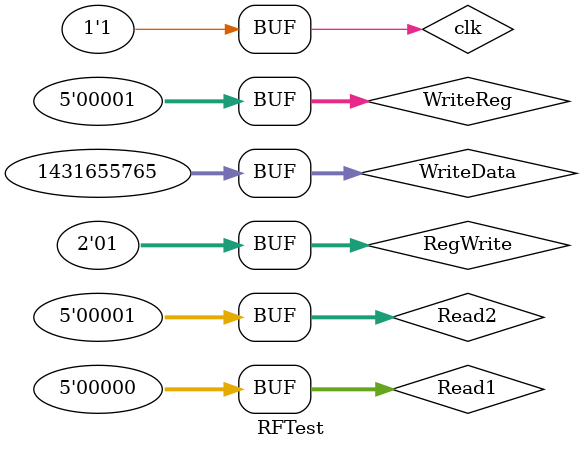
<source format=v>
`timescale 1ns / 1ps


module RFTest;

	// Inputs
	reg clk;
	reg [4:0] Read1;
	reg [4:0] Read2;
	reg [4:0] WriteReg;
	reg [1:0] RegWrite;
	reg [31:0] WriteData;

	// Outputs
	wire [31:0] Data1;
	wire [31:0] Data2;

	// Instantiate the Unit Under Test (UUT)
	RegisterFile uut (
		.clk(clk), 
		.Read1(Read1), 
		.Read2(Read2), 
		.WriteReg(WriteReg), 
		.RegWrite(RegWrite), 
		.WriteData(WriteData), 
		.Data1(Data1), 
		.Data2(Data2)
	);
	always
		begin
		#100 clk = 0;
		#100 clk = 1;
		end

	initial begin
		// Initialize Inputs
		#100;
		Read1 = 0;
		Read2 = 0;
		WriteReg = 0;
		RegWrite = 0;
		WriteData = 0;

		// Wait 100 ns for global reset to finish
		#50;
		Read1 = 1;
		Read2 = 0;
		WriteReg = 1;
		RegWrite = 1;
		WriteData = 32'h55555555;
       
		#150;
		Read1 = 0;
		Read2 = 1;
		WriteReg = 1;
		RegWrite = 1;
		WriteData = 32'h00000000;	
		
		#150;
		Read1 = 0;
		Read2 = 1;
		WriteReg = 1;
		RegWrite = 1;
		WriteData = 32'haaaaaaaa;		
		
		#150;
		Read1 = 1;
		Read2 = 0;
		WriteReg = 1;
		RegWrite = 1;
		WriteData = 32'haaaaaaaa;	

		#150;
		Read1 = 0;
		Read2 = 1;
		WriteReg = 1;
		RegWrite = 1;
		WriteData = 32'h55555555;			

	


	end
      
endmodule


</source>
